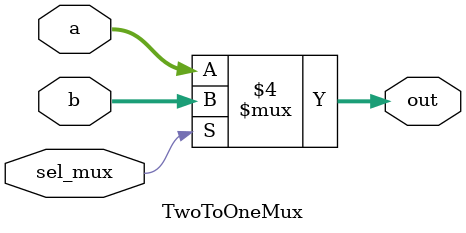
<source format=sv>
`timescale 1ns / 1ps


module TwoToOneMux(
    input sel_mux,
    input [15:0] a,b,
    output reg [15:0] out
    );
    
    always@(*) 
    begin
    
    if (sel_mux == 1)
    begin
        out = b;
    end
    else
    
    begin
        out = a;
    end
    end
endmodule

</source>
